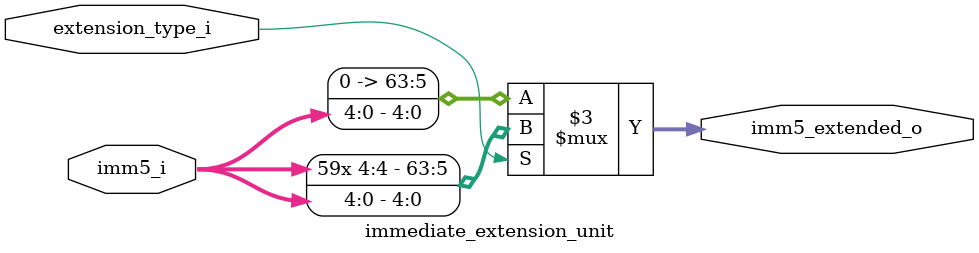
<source format=v>
module immediate_extension_unit
(
	input 		[4:0] 	imm5_i,
	input 				extension_type_i,

	output reg 	[63:0] 	imm5_extended_o
);
	
	// When extension_type_i is Active, We Interpret
	// a Sign Extension is Wanted, and a Zero extension
	// On the Opposite Case.
	always @ (*)	
		if (extension_type_i)
			imm5_extended_o = {{59{imm5_i[4]}}, imm5_i[4:0]};
			
		else
			imm5_extended_o = {{59{1'b0}}, imm5_i[4:0]};

endmodule
</source>
